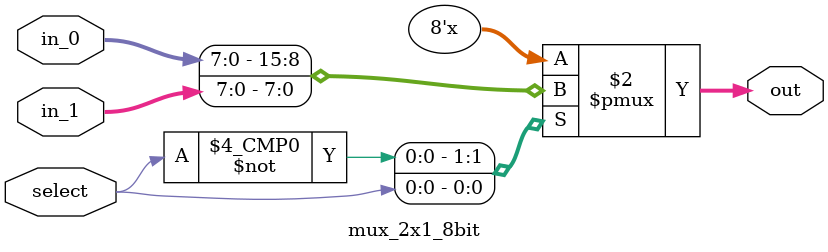
<source format=v>
`timescale 1ns / 1ps
module mux_2x1_8bit(in_0, in_1, select, out);

	input	select;
	input [7:0]in_0; 
	input [7:0]in_1;
	
	output reg [7:0]out;

	always@(select, in_0, in_1)
		begin
			case(select)
				1'b0:
					begin
						out = in_0;
					end
				1'b1:
					begin
						out = in_1;
					end
			endcase
		end
	
	

endmodule

</source>
